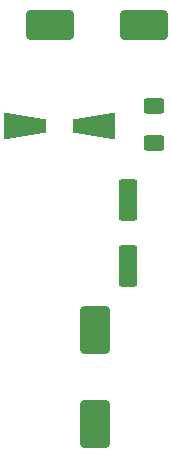
<source format=gbr>
%TF.GenerationSoftware,KiCad,Pcbnew,8.0.4*%
%TF.CreationDate,2024-12-04T14:23:44+01:00*%
%TF.ProjectId,ActivePedal,41637469-7665-4506-9564-616c2e6b6963,rev?*%
%TF.SameCoordinates,Original*%
%TF.FileFunction,Paste,Top*%
%TF.FilePolarity,Positive*%
%FSLAX46Y46*%
G04 Gerber Fmt 4.6, Leading zero omitted, Abs format (unit mm)*
G04 Created by KiCad (PCBNEW 8.0.4) date 2024-12-04 14:23:44*
%MOMM*%
%LPD*%
G01*
G04 APERTURE LIST*
G04 Aperture macros list*
%AMRoundRect*
0 Rectangle with rounded corners*
0 $1 Rounding radius*
0 $2 $3 $4 $5 $6 $7 $8 $9 X,Y pos of 4 corners*
0 Add a 4 corners polygon primitive as box body*
4,1,4,$2,$3,$4,$5,$6,$7,$8,$9,$2,$3,0*
0 Add four circle primitives for the rounded corners*
1,1,$1+$1,$2,$3*
1,1,$1+$1,$4,$5*
1,1,$1+$1,$6,$7*
1,1,$1+$1,$8,$9*
0 Add four rect primitives between the rounded corners*
20,1,$1+$1,$2,$3,$4,$5,0*
20,1,$1+$1,$4,$5,$6,$7,0*
20,1,$1+$1,$6,$7,$8,$9,0*
20,1,$1+$1,$8,$9,$2,$3,0*%
%AMOutline4P*
0 Free polygon, 4 corners , with rotation*
0 The origin of the aperture is its center*
0 number of corners: always 4*
0 $1 to $8 corner X, Y*
0 $9 Rotation angle, in degrees counterclockwise*
0 create outline with 4 corners*
4,1,4,$1,$2,$3,$4,$5,$6,$7,$8,$1,$2,$9*%
G04 Aperture macros list end*
%ADD10RoundRect,0.250000X1.750000X1.000000X-1.750000X1.000000X-1.750000X-1.000000X1.750000X-1.000000X0*%
%ADD11RoundRect,0.250000X1.000000X-1.750000X1.000000X1.750000X-1.000000X1.750000X-1.000000X-1.750000X0*%
%ADD12Outline4P,-1.800000X-1.150000X1.800000X-0.550000X1.800000X0.550000X-1.800000X1.150000X180.000000*%
%ADD13Outline4P,-1.800000X-1.150000X1.800000X-0.550000X1.800000X0.550000X-1.800000X1.150000X0.000000*%
%ADD14RoundRect,0.250000X-0.625000X0.400000X-0.625000X-0.400000X0.625000X-0.400000X0.625000X0.400000X0*%
%ADD15RoundRect,0.250000X-0.550000X1.500000X-0.550000X-1.500000X0.550000X-1.500000X0.550000X1.500000X0*%
G04 APERTURE END LIST*
D10*
%TO.C,C2*%
X74866000Y-38480000D03*
X66866000Y-38480000D03*
%TD*%
D11*
%TO.C,C3*%
X70688000Y-72263000D03*
X70688000Y-64263000D03*
%TD*%
D12*
%TO.C,D1*%
X70612000Y-46990000D03*
D13*
X64812000Y-46990000D03*
%TD*%
D14*
%TO.C,R1*%
X75692000Y-45313000D03*
X75692000Y-48413000D03*
%TD*%
D15*
%TO.C,C1*%
X73482000Y-53271000D03*
X73482000Y-58871000D03*
%TD*%
M02*

</source>
